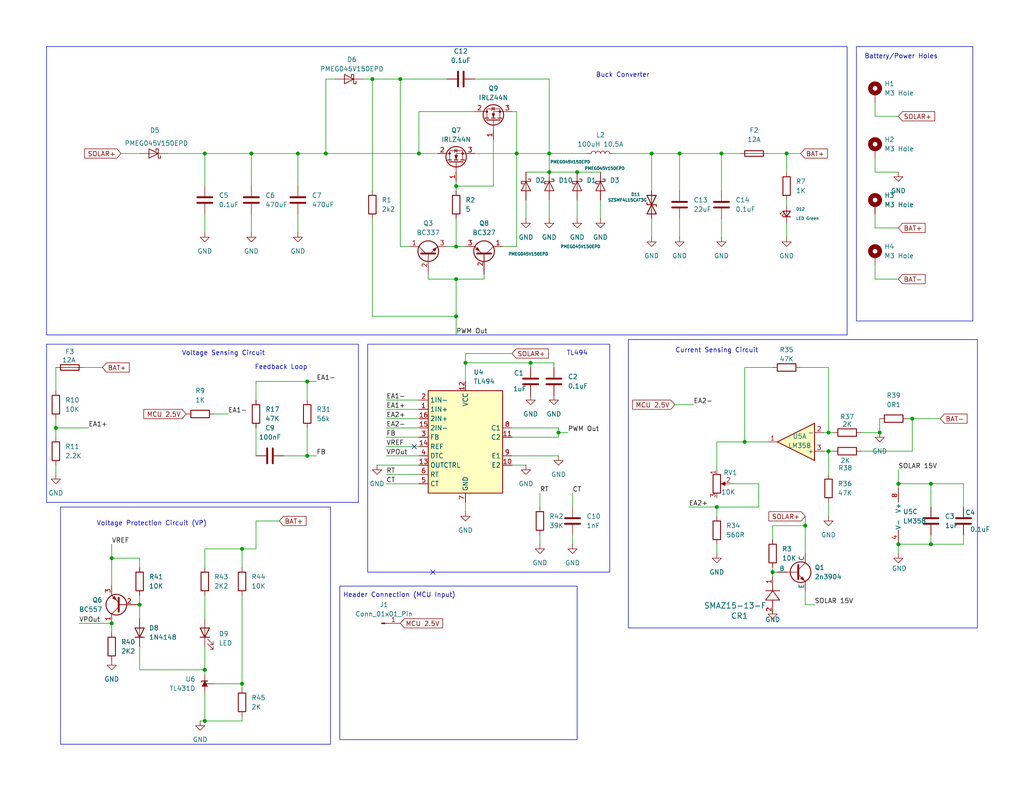
<source format=kicad_sch>
(kicad_sch (version 20231120) (generator "eeschema") (generator_version "8.0")
  (paper "USLetter")
  (title_block (title "Main"))
  (lib_symbols
    (symbol "2024-04-08_20-40-16:SMAZ15-13-F" (pin_names (offset 0.254))
      (property "Reference" "CR" (at 5.08 4.445 0))
      (property "Value" "SMAZ15-13-F" (at 5.08 -3.81 0))
      (symbol "SMAZ15-13-F_1_1"
        (pin unspecified line (at 10.16 0 180) (length 2.54) (name "") (number "1"))
        (pin unspecified line (at 0 0 0) (length 2.54) (name "") (number "2"))
      )
      (symbol "SMAZ15-13-F_1_2"
        (pin unspecified line (at 0 10.16 270) (length 2.54) (name "") (number "1"))
        (pin unspecified line (at 0 0 90) (length 2.54) (name "") (number "2"))
      )
    )
    (symbol "Amplifier_Operational:LM358" (pin_names (offset 0.127))
      (property "Reference" "U" (at 0 5.08 0))
      (property "Value" "LM358" (at 0 -5.08 0))
      (symbol "LM358_1_1"
        (pin output line (at 7.62 0 180) (length 2.54) (name "~") (number "1"))
        (pin input line (at -7.62 -2.54 0) (length 2.54) (name "-") (number "2"))
        (pin input line (at -7.62 2.54 0) (length 2.54) (name "+") (number "3"))
      )
      (symbol "LM358_2_1"
        (pin input line (at -7.62 2.54 0) (length 2.54) (name "+") (number "5"))
        (pin input line (at -7.62 -2.54 0) (length 2.54) (name "-") (number "6"))
        (pin output line (at 7.62 0 180) (length 2.54) (name "~") (number "7"))
      )
      (symbol "LM358_3_1"
        (pin power_in line (at -2.54 -7.62 90) (length 3.81) (name "V-") (number "4"))
        (pin power_in line (at -2.54 7.62 270) (length 3.81) (name "V+") (number "8"))
      )
    )
    (symbol "Connector:Conn_01x01_Pin" (pin_names (offset 1.016) hide)
      (property "Reference" "J" (at 0 2.54 0))
      (property "Value" "Conn_01x01_Pin" (at 0 -2.54 0))
      (symbol "Conn_01x01_Pin_1_1"
        (pin passive line (at 5.08 0 180) (length 3.81) (name "Pin_1") (number "1"))
      )
    )
    (symbol "Device:C" (pin_numbers hide) (pin_names (offset 0.254))
      (property "Reference" "C" (at 0.635 2.54 0))
      (property "Value" "C" (at 0.635 -2.54 0))
      (symbol "C_1_1"
        (pin passive line (at 0 3.81 270) (length 2.794) (name "~") (number "1"))
        (pin passive line (at 0 -3.81 90) (length 2.794) (name "~") (number "2"))
      )
    )
    (symbol "Device:D_TVS" (pin_numbers hide) (pin_names (offset 1.016) hide)
      (property "Reference" "D" (at 0 2.54 0))
      (property "Value" "D_TVS" (at 0 -2.54 0))
      (symbol "D_TVS_1_1"
        (pin passive line (at -3.81 0 0) (length 2.54) (name "A1") (number "1"))
        (pin passive line (at 3.81 0 180) (length 2.54) (name "A2") (number "2"))
      )
    )
    (symbol "Device:Fuse" (pin_numbers hide) (pin_names (offset 0))
      (property "Reference" "F" (at 2.032 0 90))
      (property "Value" "Fuse" (at -1.905 0 90))
      (symbol "Fuse_1_1"
        (pin passive line (at 0 3.81 270) (length 1.27) (name "~") (number "1"))
        (pin passive line (at 0 -3.81 90) (length 1.27) (name "~") (number "2"))
      )
    )
    (symbol "Device:L" (pin_numbers hide) (pin_names (offset 1.016) hide)
      (property "Reference" "L" (at -1.27 0 90))
      (property "Value" "L" (at 1.905 0 90))
      (symbol "L_1_1"
        (pin passive line (at 0 3.81 270) (length 1.27) (name "1") (number "1"))
        (pin passive line (at 0 -3.81 90) (length 1.27) (name "2") (number "2"))
      )
    )
    (symbol "Device:LED" (pin_numbers hide) (pin_names (offset 1.016) hide)
      (property "Reference" "D" (at 0 2.54 0))
      (property "Value" "LED" (at 0 -2.54 0))
      (symbol "LED_1_1"
        (pin passive line (at -3.81 0 0) (length 2.54) (name "K") (number "1"))
        (pin passive line (at 3.81 0 180) (length 2.54) (name "A") (number "2"))
      )
    )
    (symbol "Device:LED_Small" (pin_numbers hide) (pin_names (offset 0.254) hide)
      (property "Reference" "D" (at -1.27 3.175 0))
      (property "Value" "LED_Small" (at -4.445 -2.54 0))
      (symbol "LED_Small_1_1"
        (pin passive line (at -2.54 0 0) (length 1.778) (name "K") (number "1"))
        (pin passive line (at 2.54 0 180) (length 1.778) (name "A") (number "2"))
      )
    )
    (symbol "Device:R" (pin_numbers hide) (pin_names (offset 0))
      (property "Reference" "R" (at 2.032 0 90))
      (property "Value" "R" (at 0 0 90))
      (symbol "R_1_1"
        (pin passive line (at 0 3.81 270) (length 1.27) (name "~") (number "1"))
        (pin passive line (at 0 -3.81 90) (length 1.27) (name "~") (number "2"))
      )
    )
    (symbol "Device:R_Potentiometer" (pin_names (offset 1.016) hide)
      (property "Reference" "RV" (at -4.445 0 90))
      (property "Value" "R_Potentiometer" (at -2.54 0 90))
      (symbol "R_Potentiometer_1_1"
        (pin passive line (at 0 3.81 270) (length 1.27) (name "1") (number "1"))
        (pin passive line (at 3.81 0 180) (length 1.27) (name "2") (number "2"))
        (pin passive line (at 0 -3.81 90) (length 1.27) (name "3") (number "3"))
      )
    )
    (symbol "Diode:1N4148" (pin_numbers hide) (pin_names hide)
      (property "Reference" "D" (at 0 2.54 0))
      (property "Value" "1N4148" (at 0 -2.54 0))
      (symbol "1N4148_1_1"
        (pin passive line (at -3.81 0 0) (length 2.54) (name "K") (number "1"))
        (pin passive line (at 3.81 0 180) (length 2.54) (name "A") (number "2"))
      )
    )
    (symbol "Diode:PMEG045V150EPD" (pin_numbers hide) (pin_names hide)
      (property "Reference" "D" (at 0 2.54 0))
      (property "Value" "PMEG045V150EPD" (at 0 -2.54 0))
      (symbol "PMEG045V150EPD_1_1"
        (pin passive line (at 3.81 0 180) (length 2.54) (name "A") (number "1"))
        (pin passive line (at 3.81 0 180) (length 2.54) hide (name "A") (number "2"))
        (pin passive line (at -3.81 0 0) (length 2.54) (name "K") (number "3"))
      )
    )
    (symbol "Mechanical:MountingHole_Pad" (pin_numbers hide) (pin_names (offset 1.016) hide) (exclude_from_sim yes) (in_bom no)
      (property "Reference" "H" (at 0 6.35 0))
      (property "Value" "MountingHole_Pad" (at 0 4.445 0))
      (symbol "MountingHole_Pad_1_1"
        (pin input line (at 0 -2.54 90) (length 2.54) (name "1") (number "1"))
      )
    )
    (symbol "Reference_Voltage:TL431D" (pin_numbers hide) (pin_names hide)
      (property "Reference" "U" (at 0 -2.54 0))
      (property "Value" "TL431D" (at 0 -4.445 0))
      (symbol "TL431D_1_1"
        (pin passive line (at 2.54 0 180) (length 2.54) (name "K") (number "1"))
        (pin passive line (at -2.54 0 0) (length 2.54) (name "A") (number "2"))
        (pin passive line (at -2.54 0 0) (length 2.54) hide (name "A") (number "3"))
        (pin passive line (at -2.54 0 0) (length 2.54) hide (name "A") (number "6"))
        (pin passive line (at -2.54 0 0) (length 2.54) hide (name "A") (number "7"))
        (pin passive line (at 0 2.54 270) (length 2.54) (name "REF") (number "8"))
      )
    )
    (symbol "Regulator_Controller:TL494"
      (property "Reference" "U" (at 3.81 19.05 0))
      (property "Value" "TL494" (at 3.81 16.51 0))
      (symbol "TL494_1_1"
        (pin input line (at -12.7 10.16 0) (length 2.54) (name "1IN+") (number "1"))
        (pin passive line (at 12.7 -5.08 180) (length 2.54) (name "E2") (number "10"))
        (pin passive line (at 12.7 2.54 180) (length 2.54) (name "C2") (number "11"))
        (pin power_in line (at 0 17.78 270) (length 2.54) (name "VCC") (number "12"))
        (pin input line (at -12.7 -5.08 0) (length 2.54) (name "OUTCTRL") (number "13"))
        (pin power_out line (at -12.7 0 0) (length 2.54) (name "REF") (number "14"))
        (pin input line (at -12.7 5.08 0) (length 2.54) (name "2IN-") (number "15"))
        (pin input line (at -12.7 7.62 0) (length 2.54) (name "2IN+") (number "16"))
        (pin input line (at -12.7 12.7 0) (length 2.54) (name "1IN-") (number "2"))
        (pin output line (at -12.7 2.54 0) (length 2.54) (name "FB") (number "3"))
        (pin input line (at -12.7 -2.54 0) (length 2.54) (name "DTC") (number "4"))
        (pin passive line (at -12.7 -10.16 0) (length 2.54) (name "CT") (number "5"))
        (pin passive line (at -12.7 -7.62 0) (length 2.54) (name "RT") (number "6"))
        (pin power_in line (at 0 -15.24 90) (length 2.54) (name "GND") (number "7"))
        (pin passive line (at 12.7 5.08 180) (length 2.54) (name "C1") (number "8"))
        (pin passive line (at 12.7 -2.54 180) (length 2.54) (name "E1") (number "9"))
      )
    )
    (symbol "Simulation_SPICE:NPN" (pin_numbers hide) (pin_names (offset 0))
      (property "Reference" "Q" (at -2.54 7.62 0))
      (property "Value" "NPN" (at -2.54 5.08 0))
      (symbol "NPN_1_1"
        (pin open_collector line (at 2.54 5.08 270) (length 2.54) (name "C") (number "1"))
        (pin input line (at -5.08 0 0) (length 2.54) (name "B") (number "2"))
        (pin open_emitter line (at 2.54 -5.08 90) (length 2.54) (name "E") (number "3"))
      )
    )
    (symbol "Transistor_BJT:BC327" (pin_names (offset 0) hide)
      (property "Reference" "Q" (at 5.08 1.905 0))
      (property "Value" "BC327" (at 5.08 0 0))
      (symbol "BC327_1_1"
        (pin passive line (at 2.54 5.08 270) (length 2.54) (name "C") (number "1"))
        (pin input line (at -5.08 0 0) (length 5.715) (name "B") (number "2"))
        (pin passive line (at 2.54 -5.08 90) (length 2.54) (name "E") (number "3"))
      )
    )
    (symbol "Transistor_BJT:BC337" (pin_names (offset 0) hide)
      (property "Reference" "Q" (at 5.08 1.905 0))
      (property "Value" "BC337" (at 5.08 0 0))
      (symbol "BC337_1_1"
        (pin passive line (at 2.54 5.08 270) (length 2.54) (name "C") (number "1"))
        (pin input line (at -5.08 0 0) (length 5.08) (name "B") (number "2"))
        (pin passive line (at 2.54 -5.08 90) (length 2.54) (name "E") (number "3"))
      )
    )
    (symbol "Transistor_BJT:BC557" (pin_names (offset 0) hide)
      (property "Reference" "Q" (at 5.08 1.905 0))
      (property "Value" "BC557" (at 5.08 0 0))
      (symbol "BC557_1_1"
        (pin passive line (at 2.54 5.08 270) (length 2.54) (name "C") (number "1"))
        (pin input line (at -5.08 0 0) (length 5.715) (name "B") (number "2"))
        (pin passive line (at 2.54 -5.08 90) (length 2.54) (name "E") (number "3"))
      )
    )
    (symbol "Transistor_FET:IRLZ44N" (pin_names hide)
      (property "Reference" "Q" (at 5.08 1.905 0))
      (property "Value" "IRLZ44N" (at 5.08 0 0))
      (symbol "IRLZ44N_1_1"
        (pin input line (at -5.08 0 0) (length 2.54) (name "G") (number "1"))
        (pin passive line (at 2.54 5.08 270) (length 2.54) (name "D") (number "2"))
        (pin passive line (at 2.54 -5.08 90) (length 2.54) (name "S") (number "3"))
      )
    )
    (symbol "power:GND" (power) (pin_numbers hide) (pin_names (offset 0) hide)
      (property "Value" "GND" (at 0 -3.81 0))
      (symbol "GND_1_1"
        (pin power_in line (at 0 0 270) (length 0) (name "~") (number "1"))
      )
    )
  )
  (junction (at 226.06 118.11))
  (junction (at 185.42 41.91))
  (junction (at 226.06 123.19))
  (junction (at 127 99.06))
  (junction (at 149.86 46.99))
  (junction (at 124.46 76.2))
  (junction (at 114.3 41.91))
  (junction (at 195.58 138.43))
  (junction (at 245.11 148.59))
  (junction (at 254 148.59))
  (junction (at 38.1 165.1))
  (junction (at 157.48 46.99))
  (junction (at 124.46 86.36))
  (junction (at 30.48 170.18))
  (junction (at 203.2 120.65))
  (junction (at 66.04 149.86))
  (junction (at 214.63 41.91))
  (junction (at 68.58 41.91))
  (junction (at 109.22 21.59))
  (junction (at 219.71 143.51))
  (junction (at 140.97 41.91))
  (junction (at 83.82 104.14))
  (junction (at 101.6 21.59))
  (junction (at 248.92 114.3))
  (junction (at 30.48 152.4))
  (junction (at 55.88 41.91))
  (junction (at 144.78 99.06))
  (junction (at 210.82 156.21))
  (junction (at 254 132.08))
  (junction (at 152.4 118.11))
  (junction (at 196.85 41.91))
  (junction (at 55.88 182.88))
  (junction (at 15.24 116.84))
  (junction (at 81.28 41.91))
  (junction (at 124.46 50.8))
  (junction (at 66.04 186.69))
  (junction (at 124.46 67.31))
  (junction (at 240.03 118.11))
  (junction (at 55.88 196.85))
  (junction (at 245.11 132.08))
  (junction (at 177.8 41.91))
  (junction (at 149.86 41.91))
  (junction (at 83.82 124.46))
  (junction (at 88.9 41.91))
  (no_connect (at 118.11 156.21))
  (no_connect (at 113.03 121.92))
  (wire (pts (xy 144.78 99.06) (xy 144.78 100.33)))
  (wire (pts (xy 238.76 58.42) (xy 238.76 62.23)))
  (wire (pts (xy 139.7 30.48) (xy 140.97 30.48)))
  (wire (pts (xy 30.48 170.18) (xy 30.48 172.72)))
  (wire (pts (xy 124.46 52.07) (xy 124.46 50.8)))
  (wire (pts (xy 139.7 124.46) (xy 152.4 124.46)))
  (wire (pts (xy 137.16 67.31) (xy 140.97 67.31)))
  (wire (pts (xy 109.22 21.59) (xy 121.92 21.59)))
  (wire (pts (xy 157.48 54.61) (xy 157.48 59.69)))
  (wire (pts (xy 15.24 116.84) (xy 15.24 119.38)))
  (wire (pts (xy 210.82 156.21) (xy 210.82 157.48)))
  (wire (pts (xy 214.63 60.96) (xy 214.63 64.77)))
  (wire (pts (xy 214.63 54.61) (xy 214.63 55.88)))
  (wire (pts (xy 219.71 140.97) (xy 219.71 143.51)))
  (wire (pts (xy 83.82 104.14) (xy 83.82 109.22)))
  (wire (pts (xy 55.88 176.53) (xy 55.88 182.88)))
  (wire (pts (xy 124.46 76.2) (xy 132.08 76.2)))
  (wire (pts (xy 139.7 96.52) (xy 127 96.52)))
  (wire (pts (xy 254 148.59) (xy 262.89 148.59)))
  (wire (pts (xy 38.1 162.56) (xy 38.1 165.1)))
  (wire (pts (xy 199.39 132.08) (xy 207.01 132.08)))
  (wire (pts (xy 68.58 41.91) (xy 68.58 50.8)))
  (wire (pts (xy 114.3 41.91) (xy 119.38 41.91)))
  (wire (pts (xy 55.88 162.56) (xy 55.88 168.91)))
  (wire (pts (xy 226.06 137.16) (xy 226.06 140.97)))
  (wire (pts (xy 30.48 152.4) (xy 30.48 160.02)))
  (wire (pts (xy 167.64 41.91) (xy 177.8 41.91)))
  (wire (pts (xy 210.82 100.33) (xy 203.2 100.33)))
  (wire (pts (xy 105.41 114.3) (xy 114.3 114.3)))
  (wire (pts (xy 33.02 41.91) (xy 38.1 41.91)))
  (wire (pts (xy 151.13 99.06) (xy 151.13 100.33)))
  (wire (pts (xy 262.89 148.59) (xy 262.89 146.05)))
  (wire (pts (xy 224.79 123.19) (xy 226.06 123.19)))
  (wire (pts (xy 121.92 67.31) (xy 124.46 67.31)))
  (wire (pts (xy 227.33 118.11) (xy 226.06 118.11)))
  (wire (pts (xy 55.88 41.91) (xy 68.58 41.91)))
  (wire (pts (xy 210.82 154.94) (xy 210.82 156.21)))
  (wire (pts (xy 69.85 104.14) (xy 83.82 104.14)))
  (wire (pts (xy 214.63 41.91) (xy 214.63 46.99)))
  (wire (pts (xy 55.88 41.91) (xy 55.88 50.8)))
  (wire (pts (xy 55.88 149.86) (xy 66.04 149.86)))
  (wire (pts (xy 132.08 76.2) (xy 132.08 74.93)))
  (wire (pts (xy 226.06 123.19) (xy 226.06 129.54)))
  (wire (pts (xy 212.09 156.21) (xy 210.82 156.21)))
  (wire (pts (xy 55.88 196.85) (xy 66.04 196.85)))
  (wire (pts (xy 152.4 118.11) (xy 154.94 118.11)))
  (wire (pts (xy 38.1 154.94) (xy 38.1 152.4)))
  (wire (pts (xy 68.58 41.91) (xy 81.28 41.91)))
  (wire (pts (xy 109.22 67.31) (xy 111.76 67.31)))
  (wire (pts (xy 69.85 116.84) (xy 69.85 124.46)))
  (wire (pts (xy 38.1 176.53) (xy 38.1 182.88)))
  (wire (pts (xy 177.8 41.91) (xy 185.42 41.91)))
  (wire (pts (xy 109.22 21.59) (xy 109.22 67.31)))
  (wire (pts (xy 226.06 123.19) (xy 227.33 123.19)))
  (wire (pts (xy 140.97 41.91) (xy 149.86 41.91)))
  (wire (pts (xy 45.72 41.91) (xy 55.88 41.91)))
  (wire (pts (xy 76.2 142.24) (xy 69.85 142.24)))
  (wire (pts (xy 116.84 74.93) (xy 116.84 76.2)))
  (wire (pts (xy 66.04 186.69) (xy 66.04 187.96)))
  (wire (pts (xy 83.82 104.14) (xy 86.36 104.14)))
  (wire (pts (xy 238.76 27.94) (xy 238.76 31.75)))
  (wire (pts (xy 185.42 41.91) (xy 196.85 41.91)))
  (wire (pts (xy 114.3 30.48) (xy 114.3 41.91)))
  (wire (pts (xy 83.82 124.46) (xy 86.36 124.46)))
  (wire (pts (xy 226.06 118.11) (xy 224.79 118.11)))
  (wire (pts (xy 105.41 111.76) (xy 114.3 111.76)))
  (wire (pts (xy 152.4 116.84) (xy 152.4 118.11)))
  (wire (pts (xy 116.84 76.2) (xy 124.46 76.2)))
  (wire (pts (xy 81.28 58.42) (xy 81.28 63.5)))
  (wire (pts (xy 55.88 182.88) (xy 38.1 182.88)))
  (wire (pts (xy 214.63 41.91) (xy 209.55 41.91)))
  (wire (pts (xy 149.86 41.91) (xy 160.02 41.91)))
  (wire (pts (xy 101.6 86.36) (xy 124.46 86.36)))
  (wire (pts (xy 157.48 46.99) (xy 163.83 46.99)))
  (wire (pts (xy 195.58 138.43) (xy 207.01 138.43)))
  (wire (pts (xy 248.92 123.19) (xy 248.92 114.3)))
  (wire (pts (xy 22.86 100.33) (xy 27.94 100.33)))
  (wire (pts (xy 262.89 132.08) (xy 254 132.08)))
  (wire (pts (xy 207.01 132.08) (xy 207.01 138.43)))
  (wire (pts (xy 195.58 120.65) (xy 203.2 120.65)))
  (wire (pts (xy 219.71 165.1) (xy 222.25 165.1)))
  (wire (pts (xy 203.2 120.65) (xy 209.55 120.65)))
  (wire (pts (xy 149.86 54.61) (xy 149.86 59.69)))
  (wire (pts (xy 124.46 67.31) (xy 127 67.31)))
  (wire (pts (xy 254 132.08) (xy 245.11 132.08)))
  (wire (pts (xy 101.6 21.59) (xy 101.6 52.07)))
  (wire (pts (xy 248.92 114.3) (xy 256.54 114.3)))
  (wire (pts (xy 210.82 143.51) (xy 210.82 147.32)))
  (wire (pts (xy 124.46 86.36) (xy 124.46 91.44)))
  (wire (pts (xy 69.85 142.24) (xy 69.85 149.86)))
  (wire (pts (xy 102.87 127) (xy 114.3 127)))
  (wire (pts (xy 234.95 123.19) (xy 248.92 123.19)))
  (wire (pts (xy 245.11 128.27) (xy 245.11 132.08)))
  (wire (pts (xy 143.51 46.99) (xy 149.86 46.99)))
  (wire (pts (xy 105.41 124.46) (xy 114.3 124.46)))
  (wire (pts (xy 58.42 186.69) (xy 66.04 186.69)))
  (wire (pts (xy 152.4 118.11) (xy 152.4 119.38)))
  (wire (pts (xy 196.85 59.69) (xy 196.85 64.77)))
  (wire (pts (xy 203.2 100.33) (xy 203.2 120.65)))
  (wire (pts (xy 234.95 118.11) (xy 240.03 118.11)))
  (wire (pts (xy 139.7 116.84) (xy 152.4 116.84)))
  (wire (pts (xy 88.9 21.59) (xy 91.44 21.59)))
  (wire (pts (xy 55.88 149.86) (xy 55.88 154.94)))
  (wire (pts (xy 77.47 124.46) (xy 83.82 124.46)))
  (wire (pts (xy 187.96 138.43) (xy 195.58 138.43)))
  (wire (pts (xy 15.24 116.84) (xy 24.13 116.84)))
  (wire (pts (xy 129.54 41.91) (xy 140.97 41.91)))
  (wire (pts (xy 124.46 50.8) (xy 124.46 49.53)))
  (wire (pts (xy 124.46 76.2) (xy 124.46 86.36)))
  (wire (pts (xy 238.76 76.2) (xy 245.11 76.2)))
  (wire (pts (xy 66.04 149.86) (xy 69.85 149.86)))
  (wire (pts (xy 140.97 67.31) (xy 140.97 41.91)))
  (wire (pts (xy 139.7 127) (xy 143.51 127)))
  (wire (pts (xy 147.32 146.05) (xy 147.32 148.59)))
  (wire (pts (xy 101.6 59.69) (xy 101.6 86.36)))
  (wire (pts (xy 38.1 165.1) (xy 38.1 168.91)))
  (wire (pts (xy 134.62 50.8) (xy 124.46 50.8)))
  (wire (pts (xy 55.88 58.42) (xy 55.88 63.5)))
  (wire (pts (xy 149.86 21.59) (xy 149.86 41.91)))
  (wire (pts (xy 127 96.52) (xy 127 99.06)))
  (wire (pts (xy 88.9 21.59) (xy 88.9 41.91)))
  (wire (pts (xy 15.24 127) (xy 15.24 129.54)))
  (wire (pts (xy 238.76 43.18) (xy 238.76 46.99)))
  (wire (pts (xy 66.04 162.56) (xy 66.04 186.69)))
  (wire (pts (xy 238.76 31.75) (xy 245.11 31.75)))
  (wire (pts (xy 210.82 143.51) (xy 219.71 143.51)))
  (wire (pts (xy 163.83 54.61) (xy 163.83 59.69)))
  (wire (pts (xy 247.65 114.3) (xy 248.92 114.3)))
  (wire (pts (xy 218.44 100.33) (xy 226.06 100.33)))
  (wire (pts (xy 124.46 59.69) (xy 124.46 67.31)))
  (wire (pts (xy 105.41 132.08) (xy 114.3 132.08)))
  (wire (pts (xy 149.86 46.99) (xy 157.48 46.99)))
  (wire (pts (xy 105.41 109.22) (xy 114.3 109.22)))
  (wire (pts (xy 21.59 170.18) (xy 30.48 170.18)))
  (wire (pts (xy 55.88 182.88) (xy 55.88 184.15)))
  (wire (pts (xy 81.28 41.91) (xy 81.28 50.8)))
  (wire (pts (xy 245.11 151.13) (xy 245.11 148.59)))
  (wire (pts (xy 127 99.06) (xy 144.78 99.06)))
  (wire (pts (xy 134.62 38.1) (xy 134.62 50.8)))
  (wire (pts (xy 99.06 21.59) (xy 101.6 21.59)))
  (wire (pts (xy 129.54 30.48) (xy 114.3 30.48)))
  (wire (pts (xy 254 132.08) (xy 254 138.43)))
  (wire (pts (xy 195.58 148.59) (xy 195.58 151.13)))
  (wire (pts (xy 55.88 189.23) (xy 55.88 196.85)))
  (wire (pts (xy 58.42 113.03) (xy 62.23 113.03)))
  (wire (pts (xy 30.48 152.4) (xy 38.1 152.4)))
  (wire (pts (xy 185.42 52.07) (xy 185.42 41.91)))
  (wire (pts (xy 147.32 134.62) (xy 147.32 138.43)))
  (wire (pts (xy 55.88 196.85) (xy 54.61 196.85)))
  (wire (pts (xy 149.86 41.91) (xy 149.86 46.99)))
  (wire (pts (xy 105.41 121.92) (xy 114.3 121.92)))
  (wire (pts (xy 238.76 72.39) (xy 238.76 76.2)))
  (wire (pts (xy 88.9 41.91) (xy 114.3 41.91)))
  (wire (pts (xy 184.15 110.49) (xy 189.23 110.49)))
  (wire (pts (xy 127 137.16) (xy 127 139.7)))
  (wire (pts (xy 196.85 41.91) (xy 196.85 52.07)))
  (wire (pts (xy 143.51 54.61) (xy 143.51 59.69)))
  (wire (pts (xy 101.6 21.59) (xy 109.22 21.59)))
  (wire (pts (xy 105.41 129.54) (xy 114.3 129.54)))
  (wire (pts (xy 30.48 148.59) (xy 30.48 152.4)))
  (wire (pts (xy 139.7 119.38) (xy 152.4 119.38)))
  (wire (pts (xy 105.41 116.84) (xy 114.3 116.84)))
  (wire (pts (xy 15.24 100.33) (xy 15.24 106.68)))
  (wire (pts (xy 66.04 196.85) (xy 66.04 195.58)))
  (wire (pts (xy 195.58 138.43) (xy 195.58 140.97)))
  (wire (pts (xy 66.04 149.86) (xy 66.04 154.94)))
  (wire (pts (xy 177.8 41.91) (xy 177.8 52.07)))
  (wire (pts (xy 105.41 119.38) (xy 114.3 119.38)))
  (wire (pts (xy 210.82 166.37) (xy 210.82 167.64)))
  (wire (pts (xy 238.76 46.99) (xy 245.11 46.99)))
  (wire (pts (xy 185.42 59.69) (xy 185.42 64.77)))
  (wire (pts (xy 238.76 62.23) (xy 245.11 62.23)))
  (wire (pts (xy 156.21 146.05) (xy 156.21 148.59)))
  (wire (pts (xy 69.85 109.22) (xy 69.85 104.14)))
  (wire (pts (xy 226.06 100.33) (xy 226.06 118.11)))
  (wire (pts (xy 254 148.59) (xy 254 146.05)))
  (wire (pts (xy 15.24 114.3) (xy 15.24 116.84)))
  (wire (pts (xy 68.58 58.42) (xy 68.58 63.5)))
  (wire (pts (xy 177.8 59.69) (xy 177.8 64.77)))
  (wire (pts (xy 144.78 99.06) (xy 151.13 99.06)))
  (wire (pts (xy 127 99.06) (xy 127 104.14)))
  (wire (pts (xy 214.63 41.91) (xy 218.44 41.91)))
  (wire (pts (xy 140.97 30.48) (xy 140.97 41.91)))
  (wire (pts (xy 262.89 138.43) (xy 262.89 132.08)))
  (wire (pts (xy 83.82 116.84) (xy 83.82 124.46)))
  (wire (pts (xy 196.85 41.91) (xy 201.93 41.91)))
  (wire (pts (xy 245.11 132.08) (xy 245.11 133.35)))
  (wire (pts (xy 240.03 114.3) (xy 240.03 118.11)))
  (wire (pts (xy 219.71 143.51) (xy 219.71 151.13)))
  (wire (pts (xy 245.11 148.59) (xy 254 148.59)))
  (wire (pts (xy 219.71 161.29) (xy 219.71 165.1)))
  (wire (pts (xy 81.28 41.91) (xy 88.9 41.91)))
  (wire (pts (xy 195.58 120.65) (xy 195.58 128.27)))
  (wire (pts (xy 129.54 21.59) (xy 149.86 21.59)))
  (wire (pts (xy 156.21 134.62) (xy 156.21 138.43)))
  (rectangle (start 233.68 12.7) (end 265.43 87.63))
  (rectangle (start 12.7 12.7) (end 231.14 91.44))
  (rectangle (start 171.45 92.71) (end 266.7 171.45))
  (rectangle (start 12.7 93.98) (end 97.79 137.16))
  (rectangle (start 100.33 93.98) (end 166.37 156.21))
  (rectangle (start 16.51 138.43) (end 90.17 203.2))
  (rectangle (start 92.71 160.02) (end 157.48 201.93))
  (text "Voltage Protection Circuit (VP)" (at 41.402 143.002 0) (effects (font (size 1.27 1.27))))
  (text "Voltage Sensing Circuit" (at 60.96 96.52 0) (effects (font (size 1.27 1.27))))
  (text "Feedback Loop" (at 76.708 100.33 0) (effects (font (size 1.27 1.27))))
  (text "Header Connection (MCU Input)\n" (at 108.966 162.56 0) (effects (font (size 1.27 1.27))))
  (text "Current Sensing Circuit" (at 195.58 95.758 0) (effects (font (size 1.27 1.27))))
  (text "Battery/Power Holes\n" (at 245.872 15.494 0) (effects (font (size 1.27 1.27))))
  (text "Buck Converter\n" (at 169.926 20.574 0) (effects (font (size 1.27 1.27))))
  (text "TL494" (at 157.48 96.52 0) (effects (font (size 1.27 1.27))))
  (label "EA2-" (at 189.23 110.49 0))
  (label "FB" (at 86.36 124.46 0))
  (label "VPOut" (at 21.59 170.18 0))
  (label "EA2-" (at 105.41 116.84 0))
  (label "EA1+" (at 24.13 116.84 0))
  (label "CT" (at 105.41 132.08 0))
  (label "VREF" (at 105.41 121.92 0))
  (label "RT" (at 105.41 129.54 0))
  (label "SOLAR 15V" (at 222.25 165.1 0))
  (label "VPOut" (at 105.41 124.46 0))
  (label "EA2+" (at 187.96 138.43 0))
  (label "RT" (at 147.32 134.62 0))
  (label "PWM Out" (at 154.94 118.11 0))
  (label "EA1+" (at 105.41 111.76 0))
  (label "EA2+" (at 105.41 114.3 0))
  (label "VREF" (at 30.48 148.59 0))
  (label "CT" (at 156.21 134.62 0))
  (label "EA1-" (at 105.41 109.22 0))
  (label "FB" (at 105.41 119.38 0))
  (label "PWM Out" (at 124.46 91.44 0))
  (label "EA1-" (at 86.36 104.14 0))
  (label "EA1-" (at 62.23 113.03 0))
  (label "SOLAR 15V" (at 245.11 128.27 0))
  (global_label "BAT-" (shape input) (at 256.54 114.3 0) (property "Intersheetrefs" "${INTERSHEET_REFS}" (effects (hide yes))))
  (global_label "SOLAR+" (shape input) (at 139.7 96.52 0) (property "Intersheetrefs" "${INTERSHEET_REFS}" (effects (hide yes))))
  (global_label "BAT+" (shape input) (at 245.11 62.23 0) (property "Intersheetrefs" "${INTERSHEET_REFS}" (effects (hide yes))))
  (global_label "BAT+" (shape input) (at 76.2 142.24 0) (property "Intersheetrefs" "${INTERSHEET_REFS}" (effects (hide yes))))
  (global_label "SOLAR+" (shape input) (at 33.02 41.91 180) (property "Intersheetrefs" "${INTERSHEET_REFS}" (effects (hide yes))))
  (global_label "BAT+" (shape input) (at 218.44 41.91 0) (property "Intersheetrefs" "${INTERSHEET_REFS}" (effects (hide yes))))
  (global_label "BAT-" (shape input) (at 245.11 76.2 0) (property "Intersheetrefs" "${INTERSHEET_REFS}" (effects (hide yes))))
  (global_label "MCU 2.5V" (shape input) (at 50.8 113.03 180) (property "Intersheetrefs" "${INTERSHEET_REFS}" (effects (hide yes))))
  (global_label "BAT+" (shape input) (at 27.94 100.33 0) (property "Intersheetrefs" "${INTERSHEET_REFS}" (effects (hide yes))))
  (global_label "SOLAR+" (shape input) (at 219.71 140.97 180) (property "Intersheetrefs" "${INTERSHEET_REFS}" (effects (hide yes))))
  (global_label "MCU 2.5V" (shape input) (at 109.22 170.18 0) (property "Intersheetrefs" "${INTERSHEET_REFS}" (effects (hide yes))))
  (global_label "MCU 2.5V" (shape input) (at 184.15 110.49 180) (property "Intersheetrefs" "${INTERSHEET_REFS}" (effects (hide yes))))
  (global_label "SOLAR+" (shape input) (at 245.11 31.75 0) (property "Intersheetrefs" "${INTERSHEET_REFS}" (effects (hide yes))))
  (symbol (lib_id "Device:Fuse") (at 205.74 41.91 90) (unit 1)
    (property "Reference" "F2" (at 205.74 35.56 90))
    (property "Value" "12A" (at 205.74 38.1 90))
    (property "Footprint" "Fuse:Fuseholder_Clip-6.3x32mm_Littelfuse_102071_Inline_P34.70x7.60mm_D2.00mm_Horizontal" (effects (hide yes)))
    (property "Description" "Fuse" (effects (hide yes)))
  )
  (symbol (lib_id "Device:R") (at 66.04 191.77 0) (unit 1)
    (property "Reference" "R45" (at 68.58 190.4999 0) (effects (justify left)))
    (property "Value" "2K" (at 68.58 193.0399 0) (effects (justify left)))
    (property "Footprint" "Resistor_SMD:R_0805_2012Metric_Pad1.20x1.40mm_HandSolder" (effects (hide yes)))
    (property "Description" "Resistor" (effects (hide yes)))
  )
  (symbol (lib_id "power:GND") (at 156.21 148.59 0) (unit 1)
    (property "Reference" "#PWR035" (effects (hide yes)))
    (property "Value" "GND" (at 156.21 153.67 0))
    (property "Description" "Power symbol creates a global label with name \"GND\" , ground" (effects (hide yes)))
  )
  (symbol (lib_id "Device:R") (at 55.88 158.75 0) (unit 1)
    (property "Reference" "R43" (at 58.42 157.4799 0) (effects (justify left)))
    (property "Value" "2K2" (at 58.42 160.0199 0) (effects (justify left)))
    (property "Footprint" "Resistor_SMD:R_0805_2012Metric_Pad1.20x1.40mm_HandSolder" (effects (hide yes)))
    (property "Description" "Resistor" (effects (hide yes)))
  )
  (symbol (lib_id "Diode:PMEG045V150EPD") (at 163.83 50.8 270) (unit 1)
    (property "Reference" "D3" (at 166.37 49.2124 90) (effects (justify left)))
    (property "Value" "PMEG045V150EPD" (at 159.512 45.974 90) (effects (font (size 0.8 0.8)) (justify left)))
    (property "Footprint" "Package_TO_SOT_SMD:Nexperia_CFP15_SOT-1289" (effects (hide yes)))
    (property "Datasheet" "https://assets.nexperia.com/documents/data-sheet/PMEG045V150EPD.pdf" (effects (hide yes)))
    (property "Description" "45V, 15A low Vf MEGA Schottky barrier rectifier, SOT-1289" (effects (hide yes)))
  )
  (symbol (lib_id "power:GND") (at 152.4 124.46 0) (unit 1)
    (property "Reference" "#PWR032" (effects (hide yes)))
    (property "Value" "GND" (at 152.4 129.54 0))
    (property "Description" "Power symbol creates a global label with name \"GND\" , ground" (effects (hide yes)))
  )
  (symbol (lib_id "Device:C") (at 73.66 124.46 90) (unit 1)
    (property "Reference" "C9" (at 73.66 116.84 90))
    (property "Value" "100nF" (at 73.66 119.38 90))
    (property "Footprint" "Capacitor_SMD:C_0805_2012Metric_Pad1.18x1.45mm_HandSolder" (effects (hide yes)))
    (property "Description" "Unpolarized capacitor" (effects (hide yes)))
  )
  (symbol (lib_id "Device:R") (at 69.85 113.03 0) (unit 1)
    (property "Reference" "R17" (at 72.39 111.7599 0) (effects (justify left)))
    (property "Value" "47K" (at 72.39 114.2999 0) (effects (justify left)))
    (property "Footprint" "Resistor_SMD:R_0805_2012Metric_Pad1.20x1.40mm_HandSolder" (effects (hide yes)))
    (property "Description" "Resistor" (effects (hide yes)))
  )
  (symbol (lib_id "Device:R") (at 124.46 55.88 0) (unit 1)
    (property "Reference" "R2" (at 127 54.6099 0) (effects (justify left)))
    (property "Value" "5" (at 127 57.1499 0) (effects (justify left)))
    (property "Footprint" "Resistor_SMD:R_0805_2012Metric" (effects (hide yes)))
    (property "Description" "Resistor" (effects (hide yes)))
  )
  (symbol (lib_id "power:GND") (at 143.51 127 0) (unit 1)
    (property "Reference" "#PWR031" (effects (hide yes)))
    (property "Value" "GND" (at 143.51 132.08 0))
    (property "Description" "Power symbol creates a global label with name \"GND\" , ground" (effects (hide yes)))
  )
  (symbol (lib_id "power:GND") (at 127 139.7 0) (unit 1)
    (property "Reference" "#PWR028" (effects (hide yes)))
    (property "Value" "GND" (at 127 144.78 0))
    (property "Description" "Power symbol creates a global label with name \"GND\" , ground" (effects (hide yes)))
  )
  (symbol (lib_id "power:GND") (at 177.8 64.77 0) (unit 1)
    (property "Reference" "#PWR011" (effects (hide yes)))
    (property "Value" "GND" (at 177.8 69.85 0))
    (property "Description" "Power symbol creates a global label with name \"GND\" , ground" (effects (hide yes)))
  )
  (symbol (lib_id "Device:R") (at 30.48 176.53 0) (unit 1)
    (property "Reference" "R40" (at 33.02 175.2599 0) (effects (justify left)))
    (property "Value" "2K2" (at 33.02 177.7999 0) (effects (justify left)))
    (property "Footprint" "Resistor_SMD:R_0805_2012Metric_Pad1.20x1.40mm_HandSolder" (effects (hide yes)))
    (property "Description" "Resistor" (effects (hide yes)))
  )
  (symbol (lib_id "Device:C") (at 156.21 142.24 0) (unit 1)
    (property "Reference" "C10" (at 160.02 140.9699 0) (effects (justify left)))
    (property "Value" "1nF" (at 160.02 143.5099 0) (effects (justify left)))
    (property "Footprint" "Capacitor_SMD:C_0805_2012Metric_Pad1.18x1.45mm_HandSolder" (effects (hide yes)))
    (property "Description" "Unpolarized capacitor" (effects (hide yes)))
  )
  (symbol (lib_id "Device:R") (at 15.24 110.49 0) (unit 1)
    (property "Reference" "R10" (at 17.78 109.2199 0) (effects (justify left)))
    (property "Value" "10K" (at 17.78 111.7599 0) (effects (justify left)))
    (property "Footprint" "Resistor_SMD:R_0805_2012Metric_Pad1.20x1.40mm_HandSolder" (effects (hide yes)))
    (property "Description" "Resistor" (effects (hide yes)))
  )
  (symbol (lib_id "power:GND") (at 30.48 180.34 0) (unit 1)
    (property "Reference" "#PWR033" (effects (hide yes)))
    (property "Value" "GND" (at 30.48 185.42 0))
    (property "Description" "Power symbol creates a global label with name \"GND\" , ground" (effects (hide yes)))
  )
  (symbol (lib_id "power:GND") (at 151.13 107.95 0) (unit 1)
    (property "Reference" "#PWR02" (effects (hide yes)))
    (property "Value" "GND" (at 151.13 113.03 0))
    (property "Description" "Power symbol creates a global label with name \"GND\" , ground" (effects (hide yes)))
  )
  (symbol (lib_id "Simulation_SPICE:NPN") (at 217.17 156.21 0) (unit 1)
    (property "Reference" "Q1" (at 222.25 154.9399 0) (effects (justify left)))
    (property "Value" "2n3904" (at 222.25 157.4799 0) (effects (justify left)))
    (property "Footprint" "Package_TO_SOT_THT:TO-92_Inline" (effects (hide yes)))
    (property "Datasheet" "https://ngspice.sourceforge.io/docs/ngspice-html-manual/manual.xhtml#cha_BJTs" (effects (hide yes)))
    (property "Description" "Bipolar transistor symbol for simulation only, substrate tied to the emitter" (effects (hide yes)))
    (property "Sim.Device" "NPN" (effects (hide yes)))
    (property "Sim.Type" "GUMMELPOON" (effects (hide yes)))
    (property "Sim.Pins" "1=C 2=B 3=E" (effects (hide yes)))
  )
  (symbol (lib_id "Device:R") (at 83.82 113.03 0) (unit 1)
    (property "Reference" "R31" (at 86.36 111.7599 0) (effects (justify left)))
    (property "Value" "56k" (at 86.36 114.2999 0) (effects (justify left)))
    (property "Footprint" "Resistor_SMD:R_0805_2012Metric_Pad1.20x1.40mm_HandSolder" (effects (hide yes)))
    (property "Description" "Resistor" (effects (hide yes)))
  )
  (symbol (lib_id "Transistor_FET:IRLZ44N") (at 134.62 33.02 90) (unit 1)
    (property "Reference" "Q9" (at 134.62 24.13 90))
    (property "Value" "IRLZ44N" (at 134.62 26.67 90))
    (property "Footprint" "Package_TO_SOT_THT:TO-220-3_Vertical" (effects (hide yes)))
    (property "Datasheet" "http://www.irf.com/product-info/datasheets/data/irlz44n.pdf" (effects (hide yes)))
    (property "Description" "47A Id, 55V Vds, 22mOhm Rds Single N-Channel HEXFET Power MOSFET, TO-220AB" (effects (hide yes)))
  )
  (symbol (lib_id "power:GND") (at 147.32 148.59 0) (unit 1)
    (property "Reference" "#PWR034" (effects (hide yes)))
    (property "Value" "GND" (at 147.32 153.67 0))
    (property "Description" "Power symbol creates a global label with name \"GND\" , ground" (effects (hide yes)))
  )
  (symbol (lib_id "Device:C") (at 151.13 104.14 0) (unit 1)
    (property "Reference" "C2" (at 154.94 102.8699 0) (effects (justify left)))
    (property "Value" "0.1uF" (at 154.94 105.4099 0) (effects (justify left)))
    (property "Footprint" "Capacitor_SMD:C_0805_2012Metric" (effects (hide yes)))
    (property "Description" "Unpolarized capacitor" (effects (hide yes)))
  )
  (symbol (lib_id "power:GND") (at 157.48 59.69 0) (unit 1)
    (property "Reference" "#PWR03" (effects (hide yes)))
    (property "Value" "GND" (at 157.48 64.77 0))
    (property "Description" "Power symbol creates a global label with name \"GND\" , ground" (effects (hide yes)))
  )
  (symbol (lib_id "Mechanical:MountingHole_Pad") (at 238.76 40.64 0) (unit 1) (exclude_from_sim yes) (in_bom no)
    (property "Reference" "H2" (at 241.3 38.0999 0) (effects (justify left)))
    (property "Value" "M3 Hole" (at 241.3 40.6399 0) (effects (justify left)))
    (property "Footprint" "MountingHole:MountingHole_3.2mm_M3_Pad_TopBottom" (effects (hide yes)))
    (property "Description" "Mounting Hole with connection" (effects (hide yes)))
  )
  (symbol (lib_id "2024-04-08_20-40-16:SMAZ15-13-F") (at 210.82 167.64 90) (unit 1)
    (property "Reference" "CR1" (at 199.39 168.148 90) (effects (font (size 1.524 1.524)) (justify right)))
    (property "Value" "SMAZ15-13-F" (at 192.024 165.354 90) (effects (font (size 1.524 1.524)) (justify right)))
    (property "Footprint" "Symbols and footprints:SMA_DIO" (effects (hide yes)))
    (property "Datasheet" "SMAZ15-13-F" (effects (hide yes)))
  )
  (symbol (lib_id "Diode:PMEG045V150EPD") (at 149.86 50.8 270) (unit 1)
    (property "Reference" "D10" (at 152.4 49.2124 90) (effects (justify left)))
    (property "Value" "PMEG045V150EPD" (at 150.114 44.196 90) (effects (font (size 0.8 0.8)) (justify left)))
    (property "Footprint" "Package_TO_SOT_SMD:Nexperia_CFP15_SOT-1289" (effects (hide yes)))
    (property "Datasheet" "https://assets.nexperia.com/documents/data-sheet/PMEG045V150EPD.pdf" (effects (hide yes)))
    (property "Description" "45V, 15A low Vf MEGA Schottky barrier rectifier, SOT-1289" (effects (hide yes)))
  )
  (symbol (lib_id "power:GND") (at 185.42 64.77 0) (unit 1)
    (property "Reference" "#PWR012" (effects (hide yes)))
    (property "Value" "GND" (at 185.42 69.85 0))
    (property "Description" "Power symbol creates a global label with name \"GND\" , ground" (effects (hide yes)))
  )
  (symbol (lib_id "power:GND") (at 143.51 59.69 0) (unit 1)
    (property "Reference" "#PWR04" (effects (hide yes)))
    (property "Value" "GND" (at 143.51 64.77 0))
    (property "Description" "Power symbol creates a global label with name \"GND\" , ground" (effects (hide yes)))
  )
  (symbol (lib_id "Device:R") (at 210.82 151.13 0) (unit 1)
    (property "Reference" "R3" (at 213.36 149.8599 0) (effects (justify left)))
    (property "Value" "10K" (at 213.36 152.3999 0) (effects (justify left)))
    (property "Footprint" "Resistor_SMD:R_0805_2012Metric_Pad1.20x1.40mm_HandSolder" (effects (hide yes)))
    (property "Description" "Resistor" (effects (hide yes)))
  )
  (symbol (lib_id "power:GND") (at 149.86 59.69 0) (unit 1)
    (property "Reference" "#PWR010" (effects (hide yes)))
    (property "Value" "GND" (at 149.86 64.77 0))
    (property "Description" "Power symbol creates a global label with name \"GND\" , ground" (effects (hide yes)))
  )
  (symbol (lib_id "Device:R") (at 231.14 118.11 90) (unit 1)
    (property "Reference" "R37" (at 231.14 113.792 90))
    (property "Value" "2K" (at 231.14 115.824 90))
    (property "Footprint" "Resistor_SMD:R_0805_2012Metric_Pad1.20x1.40mm_HandSolder" (effects (hide yes)))
    (property "Description" "Resistor" (effects (hide yes)))
  )
  (symbol (lib_id "power:GND") (at 196.85 64.77 0) (unit 1)
    (property "Reference" "#PWR013" (effects (hide yes)))
    (property "Value" "GND" (at 196.85 69.85 0))
    (property "Description" "Power symbol creates a global label with name \"GND\" , ground" (effects (hide yes)))
  )
  (symbol (lib_id "Transistor_BJT:BC557") (at 33.02 165.1 180) (unit 1)
    (property "Reference" "Q6" (at 27.94 163.8299 0) (effects (justify left)))
    (property "Value" "BC557" (at 27.94 166.3699 0) (effects (justify left)))
    (property "Footprint" "Package_TO_SOT_THT:TO-92_Inline" (effects (hide yes)))
    (property "Datasheet" "https://www.onsemi.com/pub/Collateral/BC556BTA-D.pdf" (effects (hide yes)))
    (property "Description" "0.1A Ic, 45V Vce, PNP Small Signal Transistor, TO-92" (effects (hide yes)))
  )
  (symbol (lib_id "Transistor_BJT:BC327") (at 132.08 69.85 270) (mirror x) (unit 1)
    (property "Reference" "Q8" (at 132.08 60.96 90))
    (property "Value" "BC327" (at 132.08 63.5 90))
    (property "Footprint" "Package_TO_SOT_THT:TO-92_Inline" (effects (hide yes)))
    (property "Datasheet" "http://www.onsemi.com/pub_link/Collateral/BC327-D.PDF" (effects (hide yes)))
    (property "Description" "0.8A Ic, 45V Vce, PNP Transistor, TO-92" (effects (hide yes)))
  )
  (symbol (lib_id "Diode:PMEG045V150EPD") (at 41.91 41.91 180) (unit 1)
    (property "Reference" "D5" (at 42.2275 35.56 0))
    (property "Value" "PMEG045V150EPD" (at 42.672 39.116 0))
    (property "Footprint" "Package_TO_SOT_SMD:Nexperia_CFP15_SOT-1289" (effects (hide yes)))
    (property "Datasheet" "https://assets.nexperia.com/documents/data-sheet/PMEG045V150EPD.pdf" (effects (hide yes)))
    (property "Description" "45V, 15A low Vf MEGA Schottky barrier rectifier, SOT-1289" (effects (hide yes)))
  )
  (symbol (lib_id "power:GND") (at 68.58 63.5 0) (unit 1)
    (property "Reference" "#PWR08" (effects (hide yes)))
    (property "Value" "GND" (at 68.58 68.58 0))
    (property "Description" "Power symbol creates a global label with name \"GND\" , ground" (effects (hide yes)))
  )
  (symbol (lib_id "power:GND") (at 55.88 63.5 0) (unit 1)
    (property "Reference" "#PWR07" (effects (hide yes)))
    (property "Value" "GND" (at 55.88 68.58 0))
    (property "Description" "Power symbol creates a global label with name \"GND\" , ground" (effects (hide yes)))
  )
  (symbol (lib_id "power:GND") (at 226.06 140.97 0) (unit 1)
    (property "Reference" "#PWR030" (effects (hide yes)))
    (property "Value" "GND" (at 226.06 146.05 0))
    (property "Description" "Power symbol creates a global label with name \"GND\" , ground" (effects (hide yes)))
  )
  (symbol (lib_id "Device:R") (at 231.14 123.19 270) (unit 1)
    (property "Reference" "R38" (at 230.632 127.762 90))
    (property "Value" "2K" (at 230.632 125.73 90))
    (property "Footprint" "Resistor_SMD:R_0805_2012Metric_Pad1.20x1.40mm_HandSolder" (effects (hide yes)))
    (property "Description" "Resistor" (effects (hide yes)))
  )
  (symbol (lib_id "Transistor_FET:IRLZ44N") (at 124.46 44.45 90) (unit 1)
    (property "Reference" "Q7" (at 124.46 35.56 90))
    (property "Value" "IRLZ44N" (at 124.46 38.1 90))
    (property "Footprint" "Package_TO_SOT_THT:TO-220-3_Vertical" (effects (hide yes)))
    (property "Datasheet" "http://www.irf.com/product-info/datasheets/data/irlz44n.pdf" (effects (hide yes)))
    (property "Description" "47A Id, 55V Vds, 22mOhm Rds Single N-Channel HEXFET Power MOSFET, TO-220AB" (effects (hide yes)))
  )
  (symbol (lib_id "Connector:Conn_01x01_Pin") (at 104.14 170.18 0) (unit 1)
    (property "Reference" "J1" (at 104.775 165.1 0))
    (property "Value" "Conn_01x01_Pin" (at 104.775 167.64 0))
    (property "Footprint" "Connector_PinHeader_2.54mm:PinHeader_1x01_P2.54mm_Vertical" (effects (hide yes)))
    (property "Description" "Generic connector, single row, 01x01, script generated" (effects (hide yes)))
  )
  (symbol (lib_id "power:GND") (at 102.87 127 0) (unit 1)
    (property "Reference" "#PWR026" (effects (hide yes)))
    (property "Value" "GND" (at 102.87 132.08 0))
    (property "Description" "Power symbol creates a global label with name \"GND\" , ground" (effects (hide yes)))
  )
  (symbol (lib_id "Device:C") (at 196.85 55.88 0) (unit 1)
    (property "Reference" "C14" (at 200.66 54.6099 0) (effects (justify left)))
    (property "Value" "0.1uF" (at 200.66 57.1499 0) (effects (justify left)))
    (property "Footprint" "Capacitor_SMD:C_0805_2012Metric" (effects (hide yes)))
    (property "Description" "Unpolarized capacitor" (effects (hide yes)))
  )
  (symbol (lib_id "Device:R_Potentiometer") (at 195.58 132.08 0) (unit 1)
    (property "Reference" "RV1" (at 201.168 129.032 0) (effects (justify right)))
    (property "Value" "10K" (at 200.66 134.366 0) (effects (justify right)))
    (property "Footprint" "Potentiometer_THT:Potentiometer_Bourns_3339P_Vertical_HandSoldering" (effects (hide yes)))
    (property "Description" "Potentiometer" (effects (hide yes)))
  )
  (symbol (lib_id "Mechanical:MountingHole_Pad") (at 238.76 55.88 0) (unit 1) (exclude_from_sim yes) (in_bom no)
    (property "Reference" "H3" (at 241.3 53.3399 0) (effects (justify left)))
    (property "Value" "M3 Hole" (at 241.3 55.8799 0) (effects (justify left)))
    (property "Footprint" "MountingHole:MountingHole_3.2mm_M3_Pad_TopBottom" (effects (hide yes)))
    (property "Description" "Mounting Hole with connection" (effects (hide yes)))
  )
  (symbol (lib_id "power:GND") (at 210.82 166.37 0) (unit 1)
    (property "Reference" "#PWR016" (effects (hide yes)))
    (property "Value" "GND" (at 210.82 169.164 0))
    (property "Description" "Power symbol creates a global label with name \"GND\" , ground" (effects (hide yes)))
  )
  (symbol (lib_id "Device:C") (at 55.88 54.61 0) (unit 1)
    (property "Reference" "C5" (at 59.69 53.3399 0) (effects (justify left)))
    (property "Value" "0.1uF" (at 59.69 55.8799 0) (effects (justify left)))
    (property "Footprint" "Capacitor_SMD:C_0805_2012Metric" (effects (hide yes)))
    (property "Description" "Unpolarized capacitor" (effects (hide yes)))
  )
  (symbol (lib_id "power:GND") (at 240.03 118.11 0) (unit 1)
    (property "Reference" "#PWR06" (effects (hide yes)))
    (property "Value" "GND" (at 240.03 123.19 0))
    (property "Description" "Power symbol creates a global label with name \"GND\" , ground" (effects (hide yes)))
  )
  (symbol (lib_id "Device:R") (at 147.32 142.24 0) (unit 1)
    (property "Reference" "R42" (at 149.86 140.9699 0) (effects (justify left)))
    (property "Value" "39K" (at 149.86 143.5099 0) (effects (justify left)))
    (property "Footprint" "Resistor_SMD:R_0805_2012Metric_Pad1.20x1.40mm_HandSolder" (effects (hide yes)))
    (property "Description" "Resistor" (effects (hide yes)))
  )
  (symbol (lib_id "Device:Fuse") (at 19.05 100.33 90) (unit 1)
    (property "Reference" "F3" (at 19.05 96.012 90))
    (property "Value" "12A" (at 18.796 98.298 90))
    (property "Footprint" "Fuse:Fuseholder_Clip-6.3x32mm_Littelfuse_102071_Inline_P34.70x7.60mm_D2.00mm_Horizontal" (effects (hide yes)))
    (property "Description" "Fuse" (effects (hide yes)))
  )
  (symbol (lib_id "power:GND") (at 163.83 59.69 0) (unit 1)
    (property "Reference" "#PWR05" (effects (hide yes)))
    (property "Value" "GND" (at 163.83 64.77 0))
    (property "Description" "Power symbol creates a global label with name \"GND\" , ground" (effects (hide yes)))
  )
  (symbol (lib_id "Amplifier_Operational:LM358") (at 247.65 140.97 0) (unit 3)
    (property "Reference" "U5" (at 246.38 139.6999 0) (effects (justify left)))
    (property "Value" "LM358" (at 246.38 142.2399 0) (effects (justify left)))
    (property "Footprint" "Package_DIP:DIP-8_W7.62mm_Socket" (effects (hide yes)))
    (property "Datasheet" "http://www.ti.com/lit/ds/symlink/lm2904-n.pdf" (effects (hide yes)))
    (property "Description" "Low-Power, Dual Operational Amplifiers, DIP-8/SOIC-8/TO-99-8" (effects (hide yes)))
  )
  (symbol (lib_id "Diode:1N4148") (at 38.1 172.72 90) (unit 1)
    (property "Reference" "D8" (at 40.64 171.4499 90) (effects (justify right)))
    (property "Value" "1N4148" (at 40.64 173.9899 90) (effects (justify right)))
    (property "Footprint" "Diode_THT:D_DO-35_SOD27_P7.62mm_Horizontal" (effects (hide yes)))
    (property "Datasheet" "https://assets.nexperia.com/documents/data-sheet/1N4148_1N4448.pdf" (effects (hide yes)))
    (property "Description" "100V 0.15A standard switching diode, DO-35" (effects (hide yes)))
    (property "Sim.Device" "D" (effects (hide yes)))
    (property "Sim.Pins" "1=K 2=A" (effects (hide yes)))
  )
  (symbol (lib_id "power:GND") (at 195.58 151.13 0) (unit 1)
    (property "Reference" "#PWR027" (effects (hide yes)))
    (property "Value" "GND" (at 195.58 156.21 0))
    (property "Description" "Power symbol creates a global label with name \"GND\" , ground" (effects (hide yes)))
  )
  (symbol (lib_id "Diode:PMEG045V150EPD") (at 95.25 21.59 180) (unit 1)
    (property "Reference" "D6" (at 96.012 16.256 0))
    (property "Value" "PMEG045V150EPD" (at 96.012 18.796 0))
    (property "Footprint" "Package_TO_SOT_SMD:Nexperia_CFP15_SOT-1289" (effects (hide yes)))
    (property "Datasheet" "https://assets.nexperia.com/documents/data-sheet/PMEG045V150EPD.pdf" (effects (hide yes)))
    (property "Description" "45V, 15A low Vf MEGA Schottky barrier rectifier, SOT-1289" (effects (hide yes)))
  )
  (symbol (lib_id "Device:R") (at 54.61 113.03 270) (unit 1)
    (property "Reference" "R9" (at 54.61 106.68 90))
    (property "Value" "1K" (at 54.61 109.22 90))
    (property "Footprint" "Resistor_SMD:R_0805_2012Metric_Pad1.20x1.40mm_HandSolder" (effects (hide yes)))
    (property "Description" "Resistor" (effects (hide yes)))
  )
  (symbol (lib_id "Device:R") (at 38.1 158.75 0) (unit 1)
    (property "Reference" "R41" (at 40.64 157.4799 0) (effects (justify left)))
    (property "Value" "10K" (at 40.64 160.0199 0) (effects (justify left)))
    (property "Footprint" "Resistor_SMD:R_0805_2012Metric_Pad1.20x1.40mm_HandSolder" (effects (hide yes)))
    (property "Description" "Resistor" (effects (hide yes)))
  )
  (symbol (lib_id "Device:R") (at 214.63 50.8 0) (unit 1)
    (property "Reference" "R7" (at 217.17 49.5299 0) (effects (justify left)))
    (property "Value" "1K" (at 217.17 52.0699 0) (effects (justify left)))
    (property "Footprint" "Resistor_SMD:R_0805_2012Metric" (effects (hide yes)))
    (property "Description" "Resistor" (effects (hide yes)))
  )
  (symbol (lib_id "Device:C") (at 125.73 21.59 90) (unit 1)
    (property "Reference" "C12" (at 125.73 13.97 90))
    (property "Value" "0.1uF" (at 125.73 16.51 90))
    (property "Footprint" "Capacitor_SMD:C_0805_2012Metric" (effects (hide yes)))
    (property "Description" "Unpolarized capacitor" (effects (hide yes)))
  )
  (symbol (lib_id "power:GND") (at 214.63 64.77 0) (unit 1)
    (property "Reference" "#PWR014" (effects (hide yes)))
    (property "Value" "GND" (at 214.63 69.85 0))
    (property "Description" "Power symbol creates a global label with name \"GND\" , ground" (effects (hide yes)))
  )
  (symbol (lib_id "Device:R") (at 66.04 158.75 0) (unit 1)
    (property "Reference" "R44" (at 68.58 157.4799 0) (effects (justify left)))
    (property "Value" "10K" (at 68.58 160.0199 0) (effects (justify left)))
    (property "Footprint" "Resistor_SMD:R_0805_2012Metric_Pad1.20x1.40mm_HandSolder" (effects (hide yes)))
    (property "Description" "Resistor" (effects (hide yes)))
  )
  (symbol (lib_id "Device:C") (at 68.58 54.61 0) (unit 1)
    (property "Reference" "C6" (at 72.39 53.3399 0) (effects (justify left)))
    (property "Value" "470uF" (at 72.39 55.8799 0) (effects (justify left)))
    (property "Footprint" "Capacitor_THT:CP_Radial_D12.5mm_P5.00mm" (effects (hide yes)))
    (property "Description" "Unpolarized capacitor" (effects (hide yes)))
  )
  (symbol (lib_id "Device:C") (at 81.28 54.61 0) (unit 1)
    (property "Reference" "C7" (at 85.09 53.3399 0) (effects (justify left)))
    (property "Value" "470uF" (at 85.09 55.8799 0) (effects (justify left)))
    (property "Footprint" "Capacitor_THT:CP_Radial_D12.5mm_P5.00mm" (effects (hide yes)))
    (property "Description" "Unpolarized capacitor" (effects (hide yes)))
  )
  (symbol (lib_id "Amplifier_Operational:LM358") (at 217.17 120.65 180) (unit 1)
    (property "Reference" "U5" (at 218.186 119.126 0))
    (property "Value" "LM358" (at 218.186 121.666 0))
    (property "Footprint" "Package_DIP:DIP-8_W7.62mm_Socket" (effects (hide yes)))
    (property "Datasheet" "http://www.ti.com/lit/ds/symlink/lm2904-n.pdf" (effects (hide yes)))
    (property "Description" "Low-Power, Dual Operational Amplifiers, DIP-8/SOIC-8/TO-99-8" (effects (hide yes)))
  )
  (symbol (lib_id "Device:D_TVS") (at 177.8 55.88 90) (unit 1)
    (property "Reference" "D11" (at 172.212 53.086 90) (effects (font (size 0.8 0.8)) (justify right)))
    (property "Value" "SZSMF4L15CAT3G" (at 165.862 54.61 90) (effects (font (size 0.8 0.8)) (justify right)))
    (property "Footprint" "Diode_SMD:D_SOD-123F" (effects (hide yes)))
    (property "Description" "Bidirectional transient-voltage-suppression diode" (effects (hide yes)))
  )
  (symbol (lib_id "Regulator_Controller:TL494") (at 127 121.92 0) (unit 1)
    (property "Reference" "U4" (at 129.1941 101.6 0) (effects (justify left)))
    (property "Value" "TL494" (at 129.1941 104.14 0) (effects (justify left)))
    (property "Footprint" "Package_DIP:DIP-16_W7.62mm_Socket" (effects (hide yes)))
    (property "Datasheet" "http://www.ti.com/lit/ds/symlink/tl494.pdf" (effects (hide yes)))
    (property "Description" "Pulse-Width-Modulation Control Circuits, PDIP-16/SOIC-16/TSSOP-16" (effects (hide yes)))
  )
  (symbol (lib_id "power:GND") (at 245.11 151.13 0) (unit 1)
    (property "Reference" "#PWR029" (effects (hide yes)))
    (property "Value" "GND" (at 245.364 155.194 0))
    (property "Description" "Power symbol creates a global label with name \"GND\" , ground" (effects (hide yes)))
  )
  (symbol (lib_id "Device:C") (at 185.42 55.88 0) (unit 1)
    (property "Reference" "C13" (at 189.23 54.6099 0) (effects (justify left)))
    (property "Value" "22uF" (at 189.23 57.1499 0) (effects (justify left)))
    (property "Footprint" "Capacitor_THT:CP_Radial_D10.0mm_P5.00mm" (effects (hide yes)))
    (property "Datasheet" "https://www.rubycon.co.jp/wp-content/uploads/catalog-aluminum/BXC.pdf" (effects (hide yes)))
    (property "Description" "Unpolarized capacitor" (effects (hide yes)))
  )
  (symbol (lib_id "Transistor_BJT:BC337") (at 116.84 69.85 90) (unit 1)
    (property "Reference" "Q3" (at 116.84 60.96 90))
    (property "Value" "BC337" (at 116.84 63.5 90))
    (property "Footprint" "Package_TO_SOT_THT:TO-92_Inline" (effects (hide yes)))
    (property "Datasheet" "https://diotec.com/tl_files/diotec/files/pdf/datasheets/bc337.pdf" (effects (hide yes)))
    (property "Description" "0.8A Ic, 45V Vce, NPN Transistor, TO-92" (effects (hide yes)))
  )
  (symbol (lib_id "Device:R") (at 15.24 123.19 0) (unit 1)
    (property "Reference" "R11" (at 17.78 121.9199 0) (effects (justify left)))
    (property "Value" "2.2K" (at 17.78 124.4599 0) (effects (justify left)))
    (property "Footprint" "Resistor_SMD:R_0805_2012Metric_Pad1.20x1.40mm_HandSolder" (effects (hide yes)))
    (property "Description" "Resistor" (effects (hide yes)))
  )
  (symbol (lib_id "Diode:PMEG045V150EPD") (at 157.48 50.8 270) (unit 1)
    (property "Reference" "D1" (at 160.02 49.2124 90) (effects (justify left)))
    (property "Value" "PMEG045V150EPD" (at 152.908 67.31 90) (effects (font (size 0.8 0.8)) (justify left)))
    (property "Footprint" "Package_TO_SOT_SMD:Nexperia_CFP15_SOT-1289" (effects (hide yes)))
    (property "Datasheet" "https://assets.nexperia.com/documents/data-sheet/PMEG045V150EPD.pdf" (effects (hide yes)))
    (property "Description" "45V, 15A low Vf MEGA Schottky barrier rectifier, SOT-1289" (effects (hide yes)))
  )
  (symbol (lib_id "Device:LED") (at 55.88 172.72 90) (unit 1)
    (property "Reference" "D9" (at 59.69 173.0374 90) (effects (justify right)))
    (property "Value" "LED" (at 59.69 175.5774 90) (effects (justify right)))
    (property "Footprint" "Diode_SMD:D_3220_8050Metric_Pad2.65x5.15mm_HandSolder" (effects (hide yes)))
    (property "Description" "Light emitting diode" (effects (hide yes)))
  )
  (symbol (lib_id "Device:C") (at 144.78 104.14 0) (unit 1)
    (property "Reference" "C1" (at 140.208 101.854 0) (effects (justify left)))
    (property "Value" "1uF" (at 139.954 106.172 0) (effects (justify left)))
    (property "Footprint" "Capacitor_SMD:C_0805_2012Metric" (effects (hide yes)))
    (property "Description" "Unpolarized capacitor" (effects (hide yes)))
  )
  (symbol (lib_id "power:GND") (at 81.28 63.5 0) (unit 1)
    (property "Reference" "#PWR09" (effects (hide yes)))
    (property "Value" "GND" (at 81.28 68.58 0))
    (property "Description" "Power symbol creates a global label with name \"GND\" , ground" (effects (hide yes)))
  )
  (symbol (lib_id "Device:LED_Small") (at 214.63 58.42 90) (unit 1)
    (property "Reference" "D12" (at 217.17 57.0865 90) (effects (font (size 0.8 0.8)) (justify right)))
    (property "Value" "LED Green" (at 217.17 59.6265 90) (effects (font (size 0.8 0.8)) (justify right)))
    (property "Footprint" "LED_SMD:LED_0805_2012Metric" (effects (hide yes)))
    (property "Description" "Light emitting diode, small symbol" (effects (hide yes)))
  )
  (symbol (lib_id "Device:C") (at 254 142.24 0) (unit 1)
    (property "Reference" "C3" (at 257.81 140.9699 0) (effects (justify left)))
    (property "Value" "1uF" (at 257.81 143.5099 0) (effects (justify left)))
    (property "Footprint" "Capacitor_SMD:C_0805_2012Metric" (effects (hide yes)))
    (property "Description" "Unpolarized capacitor" (effects (hide yes)))
  )
  (symbol (lib_id "power:GND") (at 245.11 46.99 0) (unit 1)
    (property "Reference" "#PWR015" (effects (hide yes)))
    (property "Value" "GND" (at 245.11 52.07 0))
    (property "Description" "Power symbol creates a global label with name \"GND\" , ground" (effects (hide yes)))
  )
  (symbol (lib_id "Device:R") (at 226.06 133.35 0) (unit 1)
    (property "Reference" "R36" (at 228.6 132.0799 0) (effects (justify left)))
    (property "Value" "47K" (at 228.6 134.6199 0) (effects (justify left)))
    (property "Footprint" "Resistor_SMD:R_0805_2012Metric_Pad1.20x1.40mm_HandSolder" (effects (hide yes)))
    (property "Description" "Resistor" (effects (hide yes)))
  )
  (symbol (lib_id "power:GND") (at 15.24 129.54 0) (unit 1)
    (property "Reference" "#PWR024" (effects (hide yes)))
    (property "Value" "GND" (at 15.24 134.62 0))
    (property "Description" "Power symbol creates a global label with name \"GND\" , ground" (effects (hide yes)))
  )
  (symbol (lib_id "power:GND") (at 144.78 107.95 0) (unit 1)
    (property "Reference" "#PWR01" (effects (hide yes)))
    (property "Value" "GND" (at 144.78 113.03 0))
    (property "Description" "Power symbol creates a global label with name \"GND\" , ground" (effects (hide yes)))
  )
  (symbol (lib_id "Mechanical:MountingHole_Pad") (at 238.76 69.85 0) (unit 1) (exclude_from_sim yes) (in_bom no)
    (property "Reference" "H4" (at 241.3 67.3099 0) (effects (justify left)))
    (property "Value" "M3 Hole" (at 241.3 69.8499 0) (effects (justify left)))
    (property "Footprint" "MountingHole:MountingHole_3.2mm_M3_Pad_TopBottom" (effects (hide yes)))
    (property "Description" "Mounting Hole with connection" (effects (hide yes)))
  )
  (symbol (lib_id "power:GND") (at 54.61 196.85 0) (unit 1)
    (property "Reference" "#PWR036" (effects (hide yes)))
    (property "Value" "GND" (at 54.61 201.93 0))
    (property "Description" "Power symbol creates a global label with name \"GND\" , ground" (effects (hide yes)))
  )
  (symbol (lib_id "Reference_Voltage:TL431D") (at 55.88 186.69 270) (mirror x) (unit 1)
    (property "Reference" "U6" (at 53.34 185.4199 90) (effects (justify right)))
    (property "Value" "TL431D" (at 53.34 187.9599 90) (effects (justify right)))
    (property "Footprint" "Package_DIP:DIP-8_W7.62mm_Socket" (effects (hide yes)))
    (property "Datasheet" "http://www.ti.com/lit/ds/symlink/tl431.pdf" (effects (hide yes)))
    (property "Description" "Shunt Regulator, SO-8" (effects (hide yes)))
  )
  (symbol (lib_id "Device:R") (at 214.63 100.33 90) (unit 1)
    (property "Reference" "R35" (at 214.63 95.504 90))
    (property "Value" "47K" (at 214.63 98.044 90))
    (property "Footprint" "Resistor_SMD:R_0805_2012Metric_Pad1.20x1.40mm_HandSolder" (effects (hide yes)))
    (property "Description" "Resistor" (effects (hide yes)))
  )
  (symbol (lib_id "Diode:PMEG045V150EPD") (at 143.51 50.8 270) (unit 1)
    (property "Reference" "D2" (at 146.05 49.2124 90) (effects (justify left)))
    (property "Value" "PMEG045V150EPD" (at 138.684 69.342 90) (effects (font (size 0.8 0.8)) (justify left)))
    (property "Footprint" "Package_TO_SOT_SMD:Nexperia_CFP15_SOT-1289" (effects (hide yes)))
    (property "Datasheet" "https://assets.nexperia.com/documents/data-sheet/PMEG045V150EPD.pdf" (effects (hide yes)))
    (property "Description" "45V, 15A low Vf MEGA Schottky barrier rectifier, SOT-1289" (effects (hide yes)))
  )
  (symbol (lib_id "Device:R") (at 195.58 144.78 0) (unit 1)
    (property "Reference" "R34" (at 198.12 143.5099 0) (effects (justify left)))
    (property "Value" "560R" (at 198.12 146.0499 0) (effects (justify left)))
    (property "Footprint" "Resistor_SMD:R_0805_2012Metric_Pad1.20x1.40mm_HandSolder" (effects (hide yes)))
    (property "Description" "Resistor" (effects (hide yes)))
  )
  (symbol (lib_id "Mechanical:MountingHole_Pad") (at 238.76 25.4 0) (unit 1) (exclude_from_sim yes) (in_bom no)
    (property "Reference" "H1" (at 241.3 22.8599 0) (effects (justify left)))
    (property "Value" "M3 Hole" (at 241.3 25.3999 0) (effects (justify left)))
    (property "Footprint" "MountingHole:MountingHole_3.2mm_M3_Pad_TopBottom" (effects (hide yes)))
    (property "Description" "Mounting Hole with connection" (effects (hide yes)))
  )
  (symbol (lib_id "Device:C") (at 262.89 142.24 0) (unit 1)
    (property "Reference" "C4" (at 263.398 139.954 0) (effects (justify left)))
    (property "Value" "0.1uF" (at 264.668 144.526 0) (effects (justify left)))
    (property "Footprint" "Capacitor_SMD:C_0805_2012Metric" (effects (hide yes)))
    (property "Description" "Unpolarized capacitor" (effects (hide yes)))
  )
  (symbol (lib_id "Device:R") (at 101.6 55.88 0) (unit 1)
    (property "Reference" "R1" (at 104.14 54.6099 0) (effects (justify left)))
    (property "Value" "2k2" (at 104.14 57.1499 0) (effects (justify left)))
    (property "Footprint" "Resistor_SMD:R_0805_2012Metric" (effects (hide yes)))
    (property "Description" "Resistor" (effects (hide yes)))
  )
  (symbol (lib_id "Device:R") (at 243.84 114.3 90) (unit 1)
    (property "Reference" "R39" (at 243.84 107.95 90))
    (property "Value" "0R1" (at 243.84 110.49 90))
    (property "Footprint" "Resistor_SMD:R_0805_2012Metric_Pad1.20x1.40mm_HandSolder" (effects (hide yes)))
    (property "Description" "Resistor" (effects (hide yes)))
  )
  (symbol (lib_id "Device:L") (at 163.83 41.91 90) (unit 1)
    (property "Reference" "L2" (at 163.83 36.83 90))
    (property "Value" "100uH 10.5A" (at 163.83 39.37 90))
    (property "Footprint" "Inductor_THT:L_Radial_D29.8mm_P29.30mm_Murata_1400series" (effects (hide yes)))
    (property "Datasheet" "https://www.bourns.com/docs/Product-Datasheets/1140_series.pdf" (effects (hide yes)))
    (property "Description" "Inductor" (effects (hide yes)))
  )
)
</source>
